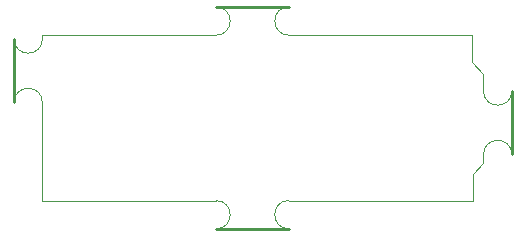
<source format=gko>
G04*
G04 #@! TF.GenerationSoftware,Altium Limited,Altium Designer,21.8.1 (53)*
G04*
G04 Layer_Color=16711935*
%FSLAX24Y24*%
%MOIN*%
G70*
G04*
G04 #@! TF.SameCoordinates,95809A84-84CF-4DA7-BFB4-83C52BA3911F*
G04*
G04*
G04 #@! TF.FilePolarity,Positive*
G04*
G01*
G75*
%ADD11C,0.0039*%
%ADD119C,0.0100*%
D11*
X8189Y-5492D02*
G03*
X8189Y-6437I0J-472D01*
G01*
X5758D02*
G03*
X5758Y-5492I0J472D01*
G01*
X-974Y-108D02*
G03*
X-30Y-108I472J0D01*
G01*
Y-2224D02*
G03*
X-974Y-2224I-472J0D01*
G01*
X14675Y-1841D02*
G03*
X15620Y-1841I472J0D01*
G01*
Y-3957D02*
G03*
X14675Y-3957I-472J0D01*
G01*
X5758Y20D02*
G03*
X5758Y965I0J472D01*
G01*
X8189D02*
G03*
X8189Y20I0J-472D01*
G01*
X14291D02*
X14291Y20D01*
X8189Y20D02*
X14291D01*
X14311Y-5492D02*
X14311Y-5492D01*
X8189Y-5492D02*
X14311D01*
X14675Y-4232D02*
Y-3957D01*
X14311Y-4596D02*
X14675Y-4232D01*
X14311Y-5492D02*
Y-4596D01*
X14675Y-1841D02*
Y-1260D01*
X14291Y-876D02*
X14675Y-1260D01*
X14291Y-876D02*
Y20D01*
X-30Y-5492D02*
Y-2224D01*
X-30Y20D02*
X236D01*
X-30Y-108D02*
Y20D01*
X-30Y-5492D02*
X5758D01*
X5758Y20D02*
Y20D01*
X236D02*
X5758D01*
D119*
Y965D02*
X8189D01*
X-974Y-2224D02*
Y-108D01*
X5758Y-6437D02*
X8189D01*
X15620Y-3957D02*
Y-1841D01*
M02*

</source>
